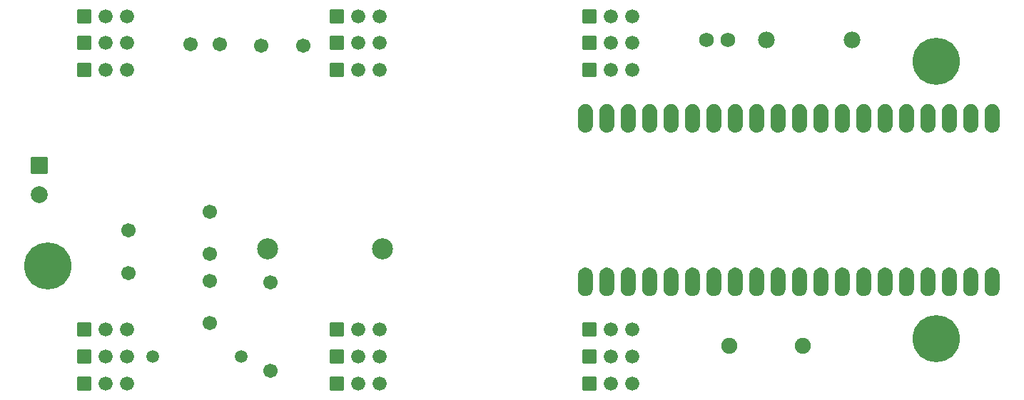
<source format=gbs>
G04 Layer: BottomSolderMaskLayer*
G04 EasyEDA v6.5.23, 2023-09-19 16:20:23*
G04 fec3ef732f994282af85564de1ff210d,c045908398b64bc89dde678931a0b1f3,10*
G04 Gerber Generator version 0.2*
G04 Scale: 100 percent, Rotated: No, Reflected: No *
G04 Dimensions in millimeters *
G04 leading zeros omitted , absolute positions ,4 integer and 5 decimal *
%FSLAX45Y45*%
%MOMM*%

%AMMACRO1*1,1,$1,$2,$3*1,1,$1,$4,$5*1,1,$1,0-$2,0-$3*1,1,$1,0-$4,0-$5*20,1,$1,$2,$3,$4,$5,0*20,1,$1,$4,$5,0-$2,0-$3,0*20,1,$1,0-$2,0-$3,0-$4,0-$5,0*20,1,$1,0-$4,0-$5,$2,$3,0*4,1,4,$2,$3,$4,$5,0-$2,0-$3,0-$4,0-$5,$2,$3,0*%
%ADD10C,1.7016*%
%ADD11C,2.5016*%
%ADD12C,1.6764*%
%ADD13MACRO1,0.1016X-0.7874X0.7874X0.7874X0.7874*%
%ADD14C,1.7526*%
%ADD15C,1.5016*%
%ADD16C,1.9812*%
%ADD17MACRO1,0.1X0.95X0.95X0.95X-0.95*%
%ADD18C,2.0000*%
%ADD19C,1.9016*%
%ADD20C,5.6016*%
%ADD21C,0.0125*%

%LPD*%
G36*
X10560811Y6408673D02*
G01*
X10549890Y6409944D01*
X10539222Y6412737D01*
X10529061Y6416802D01*
X10519409Y6422136D01*
X10510520Y6428486D01*
X10502645Y6436105D01*
X10495534Y6444487D01*
X10489691Y6453886D01*
X10484865Y6463792D01*
X10481563Y6474205D01*
X10479531Y6485128D01*
X10478770Y6495795D01*
X10478770Y6661150D01*
X10479531Y6672071D01*
X10481563Y6682739D01*
X10484865Y6693154D01*
X10489691Y6703313D01*
X10495534Y6712458D01*
X10502645Y6720839D01*
X10510520Y6728460D01*
X10519409Y6734810D01*
X10529061Y6740144D01*
X10539222Y6744208D01*
X10549890Y6747002D01*
X10560811Y6748526D01*
X10571988Y6748526D01*
X10582909Y6747002D01*
X10593577Y6744208D01*
X10603738Y6740144D01*
X10613390Y6734810D01*
X10622279Y6728460D01*
X10630154Y6720839D01*
X10637265Y6712458D01*
X10643108Y6703313D01*
X10647934Y6693154D01*
X10651236Y6682739D01*
X10653268Y6672071D01*
X10654029Y6661150D01*
X10654029Y6495795D01*
X10653268Y6485128D01*
X10651236Y6474205D01*
X10647934Y6463792D01*
X10643108Y6453886D01*
X10637265Y6444487D01*
X10630154Y6436105D01*
X10622279Y6428486D01*
X10613390Y6422136D01*
X10603738Y6416802D01*
X10593577Y6412737D01*
X10582909Y6409944D01*
X10571988Y6408673D01*
G37*
G36*
X10306811Y6408673D02*
G01*
X10295890Y6409944D01*
X10285222Y6412737D01*
X10275061Y6416802D01*
X10265409Y6422136D01*
X10256520Y6428486D01*
X10248645Y6436105D01*
X10241534Y6444487D01*
X10235691Y6453886D01*
X10230865Y6463792D01*
X10227563Y6474205D01*
X10225531Y6485128D01*
X10224770Y6495795D01*
X10224770Y6661150D01*
X10225531Y6672071D01*
X10227563Y6682739D01*
X10230865Y6693154D01*
X10235691Y6703313D01*
X10241534Y6712458D01*
X10248645Y6720839D01*
X10256520Y6728460D01*
X10265409Y6734810D01*
X10275061Y6740144D01*
X10285222Y6744208D01*
X10295890Y6747002D01*
X10306811Y6748526D01*
X10317988Y6748526D01*
X10328909Y6747002D01*
X10339577Y6744208D01*
X10349738Y6740144D01*
X10359390Y6734810D01*
X10368279Y6728460D01*
X10376154Y6720839D01*
X10383265Y6712458D01*
X10389108Y6703313D01*
X10393934Y6693154D01*
X10397236Y6682739D01*
X10399268Y6672071D01*
X10400029Y6661150D01*
X10400029Y6495795D01*
X10399268Y6485128D01*
X10397236Y6474205D01*
X10393934Y6463792D01*
X10389108Y6453886D01*
X10383265Y6444487D01*
X10376154Y6436105D01*
X10368279Y6428486D01*
X10359390Y6422136D01*
X10349738Y6416802D01*
X10339577Y6412737D01*
X10328909Y6409944D01*
X10317988Y6408673D01*
G37*
G36*
X10052811Y6408673D02*
G01*
X10041890Y6409944D01*
X10031222Y6412737D01*
X10021061Y6416802D01*
X10011409Y6422136D01*
X10002520Y6428486D01*
X9994645Y6436105D01*
X9987534Y6444487D01*
X9981691Y6453886D01*
X9976865Y6463792D01*
X9973563Y6474205D01*
X9971531Y6485128D01*
X9970770Y6495795D01*
X9970770Y6661150D01*
X9971531Y6672071D01*
X9973563Y6682739D01*
X9976865Y6693154D01*
X9981691Y6703313D01*
X9987534Y6712458D01*
X9994645Y6720839D01*
X10002520Y6728460D01*
X10011409Y6734810D01*
X10021061Y6740144D01*
X10031222Y6744208D01*
X10041890Y6747002D01*
X10052811Y6748526D01*
X10063988Y6748526D01*
X10074909Y6747002D01*
X10085577Y6744208D01*
X10095738Y6740144D01*
X10105390Y6734810D01*
X10114279Y6728460D01*
X10122154Y6720839D01*
X10129265Y6712458D01*
X10135108Y6703313D01*
X10139934Y6693154D01*
X10143236Y6682739D01*
X10145268Y6672071D01*
X10146029Y6661150D01*
X10146029Y6495795D01*
X10145268Y6485128D01*
X10143236Y6474205D01*
X10139934Y6463792D01*
X10135108Y6453886D01*
X10129265Y6444487D01*
X10122154Y6436105D01*
X10114279Y6428486D01*
X10105390Y6422136D01*
X10095738Y6416802D01*
X10085577Y6412737D01*
X10074909Y6409944D01*
X10063988Y6408673D01*
G37*
G36*
X9798811Y6408673D02*
G01*
X9787890Y6409944D01*
X9777222Y6412737D01*
X9767061Y6416802D01*
X9757409Y6422136D01*
X9748520Y6428486D01*
X9740645Y6436105D01*
X9733534Y6444487D01*
X9727691Y6453886D01*
X9722865Y6463792D01*
X9719563Y6474205D01*
X9717531Y6485128D01*
X9716770Y6495795D01*
X9716770Y6661150D01*
X9717531Y6672071D01*
X9719563Y6682739D01*
X9722865Y6693154D01*
X9727691Y6703313D01*
X9733534Y6712458D01*
X9740645Y6720839D01*
X9748520Y6728460D01*
X9757409Y6734810D01*
X9767061Y6740144D01*
X9777222Y6744208D01*
X9787890Y6747002D01*
X9798811Y6748526D01*
X9809988Y6748526D01*
X9820909Y6747002D01*
X9831577Y6744208D01*
X9841738Y6740144D01*
X9851390Y6734810D01*
X9860279Y6728460D01*
X9868154Y6720839D01*
X9875265Y6712458D01*
X9881108Y6703313D01*
X9885934Y6693154D01*
X9889236Y6682739D01*
X9891268Y6672071D01*
X9892029Y6661150D01*
X9892029Y6495795D01*
X9891268Y6485128D01*
X9889236Y6474205D01*
X9885934Y6463792D01*
X9881108Y6453886D01*
X9875265Y6444487D01*
X9868154Y6436105D01*
X9860279Y6428486D01*
X9851390Y6422136D01*
X9841738Y6416802D01*
X9831577Y6412737D01*
X9820909Y6409944D01*
X9809988Y6408673D01*
G37*
G36*
X9544811Y6408673D02*
G01*
X9533890Y6409944D01*
X9523222Y6412737D01*
X9513061Y6416802D01*
X9503409Y6422136D01*
X9494520Y6428486D01*
X9486645Y6436105D01*
X9479534Y6444487D01*
X9473691Y6453886D01*
X9468865Y6463792D01*
X9465563Y6474205D01*
X9463531Y6485128D01*
X9462770Y6495795D01*
X9462770Y6661150D01*
X9463531Y6672071D01*
X9465563Y6682739D01*
X9468865Y6693154D01*
X9473691Y6703313D01*
X9479534Y6712458D01*
X9486645Y6720839D01*
X9494520Y6728460D01*
X9503409Y6734810D01*
X9513061Y6740144D01*
X9523222Y6744208D01*
X9533890Y6747002D01*
X9544811Y6748526D01*
X9555988Y6748526D01*
X9566909Y6747002D01*
X9577577Y6744208D01*
X9587738Y6740144D01*
X9597390Y6734810D01*
X9606279Y6728460D01*
X9614154Y6720839D01*
X9621265Y6712458D01*
X9627108Y6703313D01*
X9631934Y6693154D01*
X9635236Y6682739D01*
X9637268Y6672071D01*
X9638029Y6661150D01*
X9638029Y6495795D01*
X9637268Y6485128D01*
X9635236Y6474205D01*
X9631934Y6463792D01*
X9627108Y6453886D01*
X9621265Y6444487D01*
X9614154Y6436105D01*
X9606279Y6428486D01*
X9597390Y6422136D01*
X9587738Y6416802D01*
X9577577Y6412737D01*
X9566909Y6409944D01*
X9555988Y6408673D01*
G37*
G36*
X9290811Y6408673D02*
G01*
X9279890Y6409944D01*
X9269222Y6412737D01*
X9259061Y6416802D01*
X9249409Y6422136D01*
X9240520Y6428486D01*
X9232645Y6436105D01*
X9225534Y6444487D01*
X9219691Y6453886D01*
X9214865Y6463792D01*
X9211563Y6474205D01*
X9209531Y6485128D01*
X9208770Y6495795D01*
X9208770Y6661150D01*
X9209531Y6672071D01*
X9211563Y6682739D01*
X9214865Y6693154D01*
X9219691Y6703313D01*
X9225534Y6712458D01*
X9232645Y6720839D01*
X9240520Y6728460D01*
X9249409Y6734810D01*
X9259061Y6740144D01*
X9269222Y6744208D01*
X9279890Y6747002D01*
X9290811Y6748526D01*
X9301988Y6748526D01*
X9312909Y6747002D01*
X9323577Y6744208D01*
X9333738Y6740144D01*
X9343390Y6734810D01*
X9352279Y6728460D01*
X9360154Y6720839D01*
X9367265Y6712458D01*
X9373108Y6703313D01*
X9377934Y6693154D01*
X9381236Y6682739D01*
X9383268Y6672071D01*
X9384029Y6661150D01*
X9384029Y6495795D01*
X9383268Y6485128D01*
X9381236Y6474205D01*
X9377934Y6463792D01*
X9373108Y6453886D01*
X9367265Y6444487D01*
X9360154Y6436105D01*
X9352279Y6428486D01*
X9343390Y6422136D01*
X9333738Y6416802D01*
X9323577Y6412737D01*
X9312909Y6409944D01*
X9301988Y6408673D01*
G37*
G36*
X9036811Y6408673D02*
G01*
X9025890Y6409944D01*
X9015222Y6412737D01*
X9005061Y6416802D01*
X8995409Y6422136D01*
X8986520Y6428486D01*
X8978645Y6436105D01*
X8971534Y6444487D01*
X8965691Y6453886D01*
X8960865Y6463792D01*
X8957563Y6474205D01*
X8955531Y6485128D01*
X8954770Y6495795D01*
X8954770Y6661150D01*
X8955531Y6672071D01*
X8957563Y6682739D01*
X8960865Y6693154D01*
X8965691Y6703313D01*
X8971534Y6712458D01*
X8978645Y6720839D01*
X8986520Y6728460D01*
X8995409Y6734810D01*
X9005061Y6740144D01*
X9015222Y6744208D01*
X9025890Y6747002D01*
X9036811Y6748526D01*
X9047988Y6748526D01*
X9058909Y6747002D01*
X9069577Y6744208D01*
X9079738Y6740144D01*
X9089390Y6734810D01*
X9098279Y6728460D01*
X9106154Y6720839D01*
X9113265Y6712458D01*
X9119108Y6703313D01*
X9123934Y6693154D01*
X9127236Y6682739D01*
X9129268Y6672071D01*
X9130029Y6661150D01*
X9130029Y6495795D01*
X9129268Y6485128D01*
X9127236Y6474205D01*
X9123934Y6463792D01*
X9119108Y6453886D01*
X9113265Y6444487D01*
X9106154Y6436105D01*
X9098279Y6428486D01*
X9089390Y6422136D01*
X9079738Y6416802D01*
X9069577Y6412737D01*
X9058909Y6409944D01*
X9047988Y6408673D01*
G37*
G36*
X8782811Y6408673D02*
G01*
X8771890Y6409944D01*
X8761222Y6412737D01*
X8751061Y6416802D01*
X8741409Y6422136D01*
X8732520Y6428486D01*
X8724645Y6436105D01*
X8717534Y6444487D01*
X8711691Y6453886D01*
X8706865Y6463792D01*
X8703563Y6474205D01*
X8701531Y6485128D01*
X8700770Y6495795D01*
X8700770Y6661150D01*
X8701531Y6672071D01*
X8703563Y6682739D01*
X8706865Y6693154D01*
X8711691Y6703313D01*
X8717534Y6712458D01*
X8724645Y6720839D01*
X8732520Y6728460D01*
X8741409Y6734810D01*
X8751061Y6740144D01*
X8761222Y6744208D01*
X8771890Y6747002D01*
X8782811Y6748526D01*
X8793988Y6748526D01*
X8804909Y6747002D01*
X8815577Y6744208D01*
X8825738Y6740144D01*
X8835390Y6734810D01*
X8844279Y6728460D01*
X8852154Y6720839D01*
X8859265Y6712458D01*
X8865108Y6703313D01*
X8869934Y6693154D01*
X8873236Y6682739D01*
X8875268Y6672071D01*
X8876029Y6661150D01*
X8876029Y6495795D01*
X8875268Y6485128D01*
X8873236Y6474205D01*
X8869934Y6463792D01*
X8865108Y6453886D01*
X8859265Y6444487D01*
X8852154Y6436105D01*
X8844279Y6428486D01*
X8835390Y6422136D01*
X8825738Y6416802D01*
X8815577Y6412737D01*
X8804909Y6409944D01*
X8793988Y6408673D01*
G37*
G36*
X8528811Y6408673D02*
G01*
X8517890Y6409944D01*
X8507222Y6412737D01*
X8497061Y6416802D01*
X8487409Y6422136D01*
X8478520Y6428486D01*
X8470645Y6436105D01*
X8463534Y6444487D01*
X8457691Y6453886D01*
X8452865Y6463792D01*
X8449563Y6474205D01*
X8447531Y6485128D01*
X8446770Y6495795D01*
X8446770Y6661150D01*
X8447531Y6672071D01*
X8449563Y6682739D01*
X8452865Y6693154D01*
X8457691Y6703313D01*
X8463534Y6712458D01*
X8470645Y6720839D01*
X8478520Y6728460D01*
X8487409Y6734810D01*
X8497061Y6740144D01*
X8507222Y6744208D01*
X8517890Y6747002D01*
X8528811Y6748526D01*
X8539988Y6748526D01*
X8550909Y6747002D01*
X8561577Y6744208D01*
X8571738Y6740144D01*
X8581390Y6734810D01*
X8590279Y6728460D01*
X8598154Y6720839D01*
X8605265Y6712458D01*
X8611108Y6703313D01*
X8615934Y6693154D01*
X8619236Y6682739D01*
X8621268Y6672071D01*
X8622029Y6661150D01*
X8622029Y6495795D01*
X8621268Y6485128D01*
X8619236Y6474205D01*
X8615934Y6463792D01*
X8611108Y6453886D01*
X8605265Y6444487D01*
X8598154Y6436105D01*
X8590279Y6428486D01*
X8581390Y6422136D01*
X8571738Y6416802D01*
X8561577Y6412737D01*
X8550909Y6409944D01*
X8539988Y6408673D01*
G37*
G36*
X8274811Y6408673D02*
G01*
X8263890Y6409944D01*
X8253222Y6412737D01*
X8243061Y6416802D01*
X8233409Y6422136D01*
X8224520Y6428486D01*
X8216645Y6436105D01*
X8209534Y6444487D01*
X8203691Y6453886D01*
X8198865Y6463792D01*
X8195563Y6474205D01*
X8193531Y6485128D01*
X8192770Y6495795D01*
X8192770Y6661150D01*
X8193531Y6672071D01*
X8195563Y6682739D01*
X8198865Y6693154D01*
X8203691Y6703313D01*
X8209534Y6712458D01*
X8216645Y6720839D01*
X8224520Y6728460D01*
X8233409Y6734810D01*
X8243061Y6740144D01*
X8253222Y6744208D01*
X8263890Y6747002D01*
X8274811Y6748526D01*
X8285988Y6748526D01*
X8296909Y6747002D01*
X8307577Y6744208D01*
X8317738Y6740144D01*
X8327390Y6734810D01*
X8336279Y6728460D01*
X8344154Y6720839D01*
X8351265Y6712458D01*
X8357108Y6703313D01*
X8361934Y6693154D01*
X8365236Y6682739D01*
X8367268Y6672071D01*
X8368029Y6661150D01*
X8368029Y6495795D01*
X8367268Y6485128D01*
X8365236Y6474205D01*
X8361934Y6463792D01*
X8357108Y6453886D01*
X8351265Y6444487D01*
X8344154Y6436105D01*
X8336279Y6428486D01*
X8327390Y6422136D01*
X8317738Y6416802D01*
X8307577Y6412737D01*
X8296909Y6409944D01*
X8285988Y6408673D01*
G37*
G36*
X8020811Y6408673D02*
G01*
X8009890Y6409944D01*
X7999475Y6412737D01*
X7989061Y6416802D01*
X7979409Y6422136D01*
X7970520Y6428486D01*
X7962645Y6436105D01*
X7955534Y6444487D01*
X7949691Y6453886D01*
X7944865Y6463792D01*
X7941563Y6474205D01*
X7939531Y6485128D01*
X7938770Y6495795D01*
X7938770Y6661150D01*
X7939531Y6672071D01*
X7941563Y6682739D01*
X7944865Y6693154D01*
X7949691Y6703313D01*
X7955534Y6712458D01*
X7962645Y6720839D01*
X7970520Y6728460D01*
X7979409Y6734810D01*
X7989061Y6740144D01*
X7999475Y6744208D01*
X8009890Y6747002D01*
X8020811Y6748526D01*
X8031988Y6748526D01*
X8042909Y6747002D01*
X8053577Y6744208D01*
X8063738Y6740144D01*
X8073390Y6734810D01*
X8082279Y6728460D01*
X8090154Y6720839D01*
X8097265Y6712458D01*
X8103108Y6703313D01*
X8107934Y6693154D01*
X8111236Y6682739D01*
X8113268Y6672071D01*
X8114029Y6661150D01*
X8114029Y6495795D01*
X8113268Y6485128D01*
X8111236Y6474205D01*
X8107934Y6463792D01*
X8103108Y6453886D01*
X8097265Y6444487D01*
X8090154Y6436105D01*
X8082279Y6428486D01*
X8073390Y6422136D01*
X8063738Y6416802D01*
X8053577Y6412737D01*
X8042909Y6409944D01*
X8031988Y6408673D01*
G37*
G36*
X7766811Y6408673D02*
G01*
X7755890Y6409944D01*
X7745475Y6412737D01*
X7735061Y6416802D01*
X7725409Y6422136D01*
X7716520Y6428486D01*
X7708645Y6436105D01*
X7701534Y6444487D01*
X7695691Y6453886D01*
X7690865Y6463792D01*
X7687563Y6474205D01*
X7685531Y6485128D01*
X7684770Y6495795D01*
X7684770Y6661150D01*
X7685531Y6672071D01*
X7687563Y6682739D01*
X7690865Y6693154D01*
X7695691Y6703313D01*
X7701534Y6712458D01*
X7708645Y6720839D01*
X7716520Y6728460D01*
X7725409Y6734810D01*
X7735061Y6740144D01*
X7745475Y6744208D01*
X7755890Y6747002D01*
X7766811Y6748526D01*
X7777988Y6748526D01*
X7788909Y6747002D01*
X7799577Y6744208D01*
X7809738Y6740144D01*
X7819390Y6734810D01*
X7828279Y6728460D01*
X7836154Y6720839D01*
X7843265Y6712458D01*
X7849108Y6703313D01*
X7853934Y6693154D01*
X7857236Y6682739D01*
X7859268Y6672071D01*
X7860029Y6661150D01*
X7860029Y6495795D01*
X7859268Y6485128D01*
X7857236Y6474205D01*
X7853934Y6463792D01*
X7849108Y6453886D01*
X7843265Y6444487D01*
X7836154Y6436105D01*
X7828279Y6428486D01*
X7819390Y6422136D01*
X7809738Y6416802D01*
X7799577Y6412737D01*
X7788909Y6409944D01*
X7777988Y6408673D01*
G37*
G36*
X7512811Y6408673D02*
G01*
X7501890Y6409944D01*
X7491475Y6412737D01*
X7481061Y6416802D01*
X7471409Y6422136D01*
X7462520Y6428486D01*
X7454645Y6436105D01*
X7447534Y6444487D01*
X7441691Y6453886D01*
X7436865Y6463792D01*
X7433563Y6474205D01*
X7431531Y6485128D01*
X7430770Y6495795D01*
X7430770Y6661150D01*
X7431531Y6672071D01*
X7433563Y6682739D01*
X7436865Y6693154D01*
X7441691Y6703313D01*
X7447534Y6712458D01*
X7454645Y6720839D01*
X7462520Y6728460D01*
X7471409Y6734810D01*
X7481061Y6740144D01*
X7491475Y6744208D01*
X7501890Y6747002D01*
X7512811Y6748526D01*
X7523988Y6748526D01*
X7534909Y6747002D01*
X7545577Y6744208D01*
X7555738Y6740144D01*
X7565390Y6734810D01*
X7574279Y6728460D01*
X7582154Y6720839D01*
X7589265Y6712458D01*
X7595108Y6703313D01*
X7599934Y6693154D01*
X7603236Y6682739D01*
X7605268Y6672071D01*
X7606029Y6661150D01*
X7606029Y6495795D01*
X7605268Y6485128D01*
X7603236Y6474205D01*
X7599934Y6463792D01*
X7595108Y6453886D01*
X7589265Y6444487D01*
X7582154Y6436105D01*
X7574279Y6428486D01*
X7565390Y6422136D01*
X7555738Y6416802D01*
X7545577Y6412737D01*
X7534909Y6409944D01*
X7523988Y6408673D01*
G37*
G36*
X7258811Y6408673D02*
G01*
X7247890Y6409944D01*
X7237475Y6412737D01*
X7227061Y6416802D01*
X7217409Y6422136D01*
X7208520Y6428486D01*
X7200645Y6436105D01*
X7193534Y6444487D01*
X7187691Y6453886D01*
X7182865Y6463792D01*
X7179563Y6474205D01*
X7177531Y6485128D01*
X7176770Y6495795D01*
X7176770Y6661150D01*
X7177531Y6672071D01*
X7179563Y6682739D01*
X7182865Y6693154D01*
X7187691Y6703313D01*
X7193534Y6712458D01*
X7200645Y6720839D01*
X7208520Y6728460D01*
X7217409Y6734810D01*
X7227061Y6740144D01*
X7237475Y6744208D01*
X7247890Y6747002D01*
X7258811Y6748526D01*
X7269988Y6748526D01*
X7280909Y6747002D01*
X7291577Y6744208D01*
X7301738Y6740144D01*
X7311390Y6734810D01*
X7320279Y6728460D01*
X7328154Y6720839D01*
X7335265Y6712458D01*
X7341108Y6703313D01*
X7345934Y6693154D01*
X7349236Y6682739D01*
X7351268Y6672071D01*
X7352029Y6661150D01*
X7352029Y6495795D01*
X7351268Y6485128D01*
X7349236Y6474205D01*
X7345934Y6463792D01*
X7341108Y6453886D01*
X7335265Y6444487D01*
X7328154Y6436105D01*
X7320279Y6428486D01*
X7311390Y6422136D01*
X7301738Y6416802D01*
X7291577Y6412737D01*
X7280909Y6409944D01*
X7269988Y6408673D01*
G37*
G36*
X7004811Y6408673D02*
G01*
X6993890Y6409944D01*
X6983475Y6412737D01*
X6973061Y6416802D01*
X6963409Y6422136D01*
X6954520Y6428486D01*
X6946645Y6436105D01*
X6939534Y6444487D01*
X6933691Y6453886D01*
X6928865Y6463792D01*
X6925563Y6474205D01*
X6923531Y6485128D01*
X6922770Y6495795D01*
X6922770Y6661150D01*
X6923531Y6672071D01*
X6925563Y6682739D01*
X6928865Y6693154D01*
X6933691Y6703313D01*
X6939534Y6712458D01*
X6946645Y6720839D01*
X6954520Y6728460D01*
X6963409Y6734810D01*
X6973061Y6740144D01*
X6983475Y6744208D01*
X6993890Y6747002D01*
X7004811Y6748526D01*
X7015988Y6748526D01*
X7026909Y6747002D01*
X7037577Y6744208D01*
X7047738Y6740144D01*
X7057390Y6734810D01*
X7066279Y6728460D01*
X7074154Y6720839D01*
X7081265Y6712458D01*
X7087108Y6703313D01*
X7091934Y6693154D01*
X7095236Y6682739D01*
X7097268Y6672071D01*
X7098029Y6661150D01*
X7098029Y6495795D01*
X7097268Y6485128D01*
X7095236Y6474205D01*
X7091934Y6463792D01*
X7087108Y6453886D01*
X7081265Y6444487D01*
X7074154Y6436105D01*
X7066279Y6428486D01*
X7057390Y6422136D01*
X7047738Y6416802D01*
X7037577Y6412737D01*
X7026909Y6409944D01*
X7015988Y6408673D01*
G37*
G36*
X6750811Y6408673D02*
G01*
X6739890Y6409944D01*
X6729475Y6412737D01*
X6719061Y6416802D01*
X6709409Y6422136D01*
X6700520Y6428486D01*
X6692645Y6436105D01*
X6685534Y6444487D01*
X6679691Y6453886D01*
X6674865Y6463792D01*
X6671563Y6474205D01*
X6669531Y6485128D01*
X6668770Y6495795D01*
X6668770Y6661150D01*
X6669531Y6672071D01*
X6671563Y6682739D01*
X6674865Y6693154D01*
X6679691Y6703313D01*
X6685534Y6712458D01*
X6692645Y6720839D01*
X6700520Y6728460D01*
X6709409Y6734810D01*
X6719061Y6740144D01*
X6729475Y6744208D01*
X6739890Y6747002D01*
X6750811Y6748526D01*
X6761988Y6748526D01*
X6772909Y6747002D01*
X6783577Y6744208D01*
X6793738Y6740144D01*
X6803390Y6734810D01*
X6812279Y6728460D01*
X6820154Y6720839D01*
X6827265Y6712458D01*
X6833108Y6703313D01*
X6837934Y6693154D01*
X6841236Y6682739D01*
X6843268Y6672071D01*
X6844029Y6661150D01*
X6844029Y6495795D01*
X6843268Y6485128D01*
X6841236Y6474205D01*
X6837934Y6463792D01*
X6833108Y6453886D01*
X6827265Y6444487D01*
X6820154Y6436105D01*
X6812279Y6428486D01*
X6803390Y6422136D01*
X6793738Y6416802D01*
X6783577Y6412737D01*
X6772909Y6409944D01*
X6761988Y6408673D01*
G37*
G36*
X6496811Y6408673D02*
G01*
X6485890Y6409944D01*
X6475475Y6412737D01*
X6465061Y6416802D01*
X6455409Y6422136D01*
X6446520Y6428486D01*
X6438645Y6436105D01*
X6431534Y6444487D01*
X6425691Y6453886D01*
X6420865Y6463792D01*
X6417563Y6474205D01*
X6415531Y6485128D01*
X6414770Y6495795D01*
X6414770Y6661150D01*
X6415531Y6672071D01*
X6417563Y6682739D01*
X6420865Y6693154D01*
X6425691Y6703313D01*
X6431534Y6712458D01*
X6438645Y6720839D01*
X6446520Y6728460D01*
X6455409Y6734810D01*
X6465061Y6740144D01*
X6475475Y6744208D01*
X6485890Y6747002D01*
X6496811Y6748526D01*
X6507988Y6748526D01*
X6518909Y6747002D01*
X6529577Y6744208D01*
X6539738Y6740144D01*
X6549390Y6734810D01*
X6558279Y6728460D01*
X6566154Y6720839D01*
X6573265Y6712458D01*
X6579108Y6703313D01*
X6583934Y6693154D01*
X6587236Y6682739D01*
X6589268Y6672071D01*
X6590029Y6661150D01*
X6590029Y6495795D01*
X6589268Y6485128D01*
X6587236Y6474205D01*
X6583934Y6463792D01*
X6579108Y6453886D01*
X6573265Y6444487D01*
X6566154Y6436105D01*
X6558279Y6428486D01*
X6549390Y6422136D01*
X6539738Y6416802D01*
X6529577Y6412737D01*
X6518909Y6409944D01*
X6507988Y6408673D01*
G37*
G36*
X6242811Y6408673D02*
G01*
X6231890Y6409944D01*
X6221475Y6412737D01*
X6211061Y6416802D01*
X6201409Y6422136D01*
X6192520Y6428486D01*
X6184645Y6436105D01*
X6177534Y6444487D01*
X6171691Y6453886D01*
X6166865Y6463792D01*
X6163563Y6474205D01*
X6161531Y6485128D01*
X6160770Y6495795D01*
X6160770Y6661150D01*
X6161531Y6672071D01*
X6163563Y6682739D01*
X6166865Y6693154D01*
X6171691Y6703313D01*
X6177534Y6712458D01*
X6184645Y6720839D01*
X6192520Y6728460D01*
X6201409Y6734810D01*
X6211061Y6740144D01*
X6221475Y6744208D01*
X6231890Y6747002D01*
X6242811Y6748526D01*
X6253988Y6748526D01*
X6264909Y6747002D01*
X6275577Y6744208D01*
X6285738Y6740144D01*
X6295390Y6734810D01*
X6304279Y6728460D01*
X6312154Y6720839D01*
X6319265Y6712458D01*
X6325108Y6703313D01*
X6329934Y6693154D01*
X6333236Y6682739D01*
X6335268Y6672071D01*
X6336029Y6661150D01*
X6336029Y6495795D01*
X6335268Y6485128D01*
X6333236Y6474205D01*
X6329934Y6463792D01*
X6325108Y6453886D01*
X6319265Y6444487D01*
X6312154Y6436105D01*
X6304279Y6428486D01*
X6295390Y6422136D01*
X6285738Y6416802D01*
X6275577Y6412737D01*
X6264909Y6409944D01*
X6253988Y6408673D01*
G37*
G36*
X5988811Y6408673D02*
G01*
X5977890Y6409944D01*
X5967475Y6412737D01*
X5957061Y6416802D01*
X5947409Y6422136D01*
X5938520Y6428486D01*
X5930645Y6436105D01*
X5923534Y6444487D01*
X5917691Y6453886D01*
X5912865Y6463792D01*
X5909563Y6474205D01*
X5907531Y6485128D01*
X5906770Y6495795D01*
X5906770Y6661150D01*
X5907531Y6672071D01*
X5909563Y6682739D01*
X5912865Y6693154D01*
X5917691Y6703313D01*
X5923534Y6712458D01*
X5930645Y6720839D01*
X5938520Y6728460D01*
X5947409Y6734810D01*
X5957061Y6740144D01*
X5967475Y6744208D01*
X5977890Y6747002D01*
X5988811Y6748526D01*
X5999988Y6748526D01*
X6010909Y6747002D01*
X6021577Y6744208D01*
X6031738Y6740144D01*
X6041390Y6734810D01*
X6050279Y6728460D01*
X6058154Y6720839D01*
X6065265Y6712458D01*
X6071108Y6703313D01*
X6075934Y6693154D01*
X6079236Y6682739D01*
X6081268Y6672071D01*
X6082029Y6661150D01*
X6082029Y6495795D01*
X6081268Y6485128D01*
X6079236Y6474205D01*
X6075934Y6463792D01*
X6071108Y6453886D01*
X6065265Y6444487D01*
X6058154Y6436105D01*
X6050279Y6428486D01*
X6041390Y6422136D01*
X6031738Y6416802D01*
X6021577Y6412737D01*
X6010909Y6409944D01*
X5999988Y6408673D01*
G37*
G36*
X5734811Y6408673D02*
G01*
X5723890Y6409944D01*
X5713475Y6412737D01*
X5703061Y6416802D01*
X5693409Y6422136D01*
X5684520Y6428486D01*
X5676645Y6436105D01*
X5669534Y6444487D01*
X5663691Y6453886D01*
X5658865Y6463792D01*
X5655563Y6474205D01*
X5653531Y6485128D01*
X5652770Y6495795D01*
X5652770Y6661150D01*
X5653531Y6672071D01*
X5655563Y6682739D01*
X5658865Y6693154D01*
X5663691Y6703313D01*
X5669534Y6712458D01*
X5676645Y6720839D01*
X5684520Y6728460D01*
X5693409Y6734810D01*
X5703061Y6740144D01*
X5713475Y6744208D01*
X5723890Y6747002D01*
X5734811Y6748526D01*
X5745988Y6748526D01*
X5756909Y6747002D01*
X5767577Y6744208D01*
X5777738Y6740144D01*
X5787390Y6734810D01*
X5796279Y6728460D01*
X5804154Y6720839D01*
X5811265Y6712458D01*
X5817108Y6703313D01*
X5821934Y6693154D01*
X5825236Y6682739D01*
X5827268Y6672071D01*
X5828029Y6661150D01*
X5828029Y6495795D01*
X5827268Y6485128D01*
X5825236Y6474205D01*
X5821934Y6463792D01*
X5817108Y6453886D01*
X5811265Y6444487D01*
X5804154Y6436105D01*
X5796279Y6428486D01*
X5787390Y6422136D01*
X5777738Y6416802D01*
X5767577Y6412737D01*
X5756909Y6409944D01*
X5745988Y6408673D01*
G37*
G36*
X5734811Y4465573D02*
G01*
X5723890Y4466844D01*
X5713475Y4469637D01*
X5703061Y4473702D01*
X5693409Y4479036D01*
X5684520Y4485386D01*
X5676645Y4493005D01*
X5669534Y4501387D01*
X5663691Y4510786D01*
X5658865Y4520692D01*
X5655563Y4531105D01*
X5653531Y4542028D01*
X5652770Y4552950D01*
X5652770Y4718050D01*
X5653531Y4728971D01*
X5655563Y4739894D01*
X5658865Y4750307D01*
X5663691Y4760213D01*
X5669534Y4769357D01*
X5676645Y4777994D01*
X5684520Y4785360D01*
X5693409Y4791963D01*
X5703061Y4797297D01*
X5713475Y4801362D01*
X5723890Y4804155D01*
X5734811Y4805426D01*
X5745988Y4805426D01*
X5756909Y4804155D01*
X5767577Y4801362D01*
X5777738Y4797297D01*
X5787390Y4791963D01*
X5796279Y4785360D01*
X5804154Y4777994D01*
X5811265Y4769357D01*
X5817108Y4760213D01*
X5821934Y4750307D01*
X5825236Y4739894D01*
X5827268Y4728971D01*
X5828029Y4718050D01*
X5828029Y4552950D01*
X5827268Y4542028D01*
X5825236Y4531105D01*
X5821934Y4520692D01*
X5817108Y4510786D01*
X5811265Y4501387D01*
X5804154Y4493005D01*
X5796279Y4485386D01*
X5787390Y4479036D01*
X5777738Y4473702D01*
X5767577Y4469637D01*
X5756909Y4466844D01*
X5745988Y4465573D01*
G37*
G36*
X5988811Y4465573D02*
G01*
X5977890Y4466844D01*
X5967475Y4469637D01*
X5957061Y4473702D01*
X5947409Y4479036D01*
X5938520Y4485386D01*
X5930645Y4493005D01*
X5923534Y4501387D01*
X5917691Y4510786D01*
X5912865Y4520692D01*
X5909563Y4531105D01*
X5907531Y4542028D01*
X5906770Y4552950D01*
X5906770Y4718050D01*
X5907531Y4728971D01*
X5909563Y4739894D01*
X5912865Y4750307D01*
X5917691Y4760213D01*
X5923534Y4769357D01*
X5930645Y4777994D01*
X5938520Y4785360D01*
X5947409Y4791963D01*
X5957061Y4797297D01*
X5967475Y4801362D01*
X5977890Y4804155D01*
X5988811Y4805426D01*
X5999988Y4805426D01*
X6010909Y4804155D01*
X6021577Y4801362D01*
X6031738Y4797297D01*
X6041390Y4791963D01*
X6050279Y4785360D01*
X6058154Y4777994D01*
X6065265Y4769357D01*
X6071108Y4760213D01*
X6075934Y4750307D01*
X6079236Y4739894D01*
X6081268Y4728971D01*
X6082029Y4718050D01*
X6082029Y4552950D01*
X6081268Y4542028D01*
X6079236Y4531105D01*
X6075934Y4520692D01*
X6071108Y4510786D01*
X6065265Y4501387D01*
X6058154Y4493005D01*
X6050279Y4485386D01*
X6041390Y4479036D01*
X6031738Y4473702D01*
X6021577Y4469637D01*
X6010909Y4466844D01*
X5999988Y4465573D01*
G37*
G36*
X6242811Y4465573D02*
G01*
X6231890Y4466844D01*
X6221475Y4469637D01*
X6211061Y4473702D01*
X6201409Y4479036D01*
X6192520Y4485386D01*
X6184645Y4493005D01*
X6177534Y4501387D01*
X6171691Y4510786D01*
X6166865Y4520692D01*
X6163563Y4531105D01*
X6161531Y4542028D01*
X6160770Y4552950D01*
X6160770Y4718050D01*
X6161531Y4728971D01*
X6163563Y4739894D01*
X6166865Y4750307D01*
X6171691Y4760213D01*
X6177534Y4769357D01*
X6184645Y4777994D01*
X6192520Y4785360D01*
X6201409Y4791963D01*
X6211061Y4797297D01*
X6221475Y4801362D01*
X6231890Y4804155D01*
X6242811Y4805426D01*
X6253988Y4805426D01*
X6264909Y4804155D01*
X6275577Y4801362D01*
X6285738Y4797297D01*
X6295390Y4791963D01*
X6304279Y4785360D01*
X6312154Y4777994D01*
X6319265Y4769357D01*
X6325108Y4760213D01*
X6329934Y4750307D01*
X6333236Y4739894D01*
X6335268Y4728971D01*
X6336029Y4718050D01*
X6336029Y4552950D01*
X6335268Y4542028D01*
X6333236Y4531105D01*
X6329934Y4520692D01*
X6325108Y4510786D01*
X6319265Y4501387D01*
X6312154Y4493005D01*
X6304279Y4485386D01*
X6295390Y4479036D01*
X6285738Y4473702D01*
X6275577Y4469637D01*
X6264909Y4466844D01*
X6253988Y4465573D01*
G37*
G36*
X6496811Y4465573D02*
G01*
X6485890Y4466844D01*
X6475475Y4469637D01*
X6465061Y4473702D01*
X6455409Y4479036D01*
X6446520Y4485386D01*
X6438645Y4493005D01*
X6431534Y4501387D01*
X6425691Y4510786D01*
X6420865Y4520692D01*
X6417563Y4531105D01*
X6415531Y4542028D01*
X6414770Y4552950D01*
X6414770Y4718050D01*
X6415531Y4728971D01*
X6417563Y4739894D01*
X6420865Y4750307D01*
X6425691Y4760213D01*
X6431534Y4769357D01*
X6438645Y4777994D01*
X6446520Y4785360D01*
X6455409Y4791963D01*
X6465061Y4797297D01*
X6475475Y4801362D01*
X6485890Y4804155D01*
X6496811Y4805426D01*
X6507988Y4805426D01*
X6518909Y4804155D01*
X6529577Y4801362D01*
X6539738Y4797297D01*
X6549390Y4791963D01*
X6558279Y4785360D01*
X6566154Y4777994D01*
X6573265Y4769357D01*
X6579108Y4760213D01*
X6583934Y4750307D01*
X6587236Y4739894D01*
X6589268Y4728971D01*
X6590029Y4718050D01*
X6590029Y4552950D01*
X6589268Y4542028D01*
X6587236Y4531105D01*
X6583934Y4520692D01*
X6579108Y4510786D01*
X6573265Y4501387D01*
X6566154Y4493005D01*
X6558279Y4485386D01*
X6549390Y4479036D01*
X6539738Y4473702D01*
X6529577Y4469637D01*
X6518909Y4466844D01*
X6507988Y4465573D01*
G37*
G36*
X6750811Y4465573D02*
G01*
X6739890Y4466844D01*
X6729475Y4469637D01*
X6719061Y4473702D01*
X6709409Y4479036D01*
X6700520Y4485386D01*
X6692645Y4493005D01*
X6685534Y4501387D01*
X6679691Y4510786D01*
X6674865Y4520692D01*
X6671563Y4531105D01*
X6669531Y4542028D01*
X6668770Y4552950D01*
X6668770Y4718050D01*
X6669531Y4728971D01*
X6671563Y4739894D01*
X6674865Y4750307D01*
X6679691Y4760213D01*
X6685534Y4769357D01*
X6692645Y4777994D01*
X6700520Y4785360D01*
X6709409Y4791963D01*
X6719061Y4797297D01*
X6729475Y4801362D01*
X6739890Y4804155D01*
X6750811Y4805426D01*
X6761988Y4805426D01*
X6772909Y4804155D01*
X6783577Y4801362D01*
X6793738Y4797297D01*
X6803390Y4791963D01*
X6812279Y4785360D01*
X6820154Y4777994D01*
X6827265Y4769357D01*
X6833108Y4760213D01*
X6837934Y4750307D01*
X6841236Y4739894D01*
X6843268Y4728971D01*
X6844029Y4718050D01*
X6844029Y4552950D01*
X6843268Y4542028D01*
X6841236Y4531105D01*
X6837934Y4520692D01*
X6833108Y4510786D01*
X6827265Y4501387D01*
X6820154Y4493005D01*
X6812279Y4485386D01*
X6803390Y4479036D01*
X6793738Y4473702D01*
X6783577Y4469637D01*
X6772909Y4466844D01*
X6761988Y4465573D01*
G37*
G36*
X7004811Y4465573D02*
G01*
X6993890Y4466844D01*
X6983475Y4469637D01*
X6973061Y4473702D01*
X6963409Y4479036D01*
X6954520Y4485386D01*
X6946645Y4493005D01*
X6939534Y4501387D01*
X6933691Y4510786D01*
X6928865Y4520692D01*
X6925563Y4531105D01*
X6923531Y4542028D01*
X6922770Y4552950D01*
X6922770Y4718050D01*
X6923531Y4728971D01*
X6925563Y4739894D01*
X6928865Y4750307D01*
X6933691Y4760213D01*
X6939534Y4769357D01*
X6946645Y4777994D01*
X6954520Y4785360D01*
X6963409Y4791963D01*
X6973061Y4797297D01*
X6983475Y4801362D01*
X6993890Y4804155D01*
X7004811Y4805426D01*
X7015988Y4805426D01*
X7026909Y4804155D01*
X7037577Y4801362D01*
X7047738Y4797297D01*
X7057390Y4791963D01*
X7066279Y4785360D01*
X7074154Y4777994D01*
X7081265Y4769357D01*
X7087108Y4760213D01*
X7091934Y4750307D01*
X7095236Y4739894D01*
X7097268Y4728971D01*
X7098029Y4718050D01*
X7098029Y4552950D01*
X7097268Y4542028D01*
X7095236Y4531105D01*
X7091934Y4520692D01*
X7087108Y4510786D01*
X7081265Y4501387D01*
X7074154Y4493005D01*
X7066279Y4485386D01*
X7057390Y4479036D01*
X7047738Y4473702D01*
X7037577Y4469637D01*
X7026909Y4466844D01*
X7015988Y4465573D01*
G37*
G36*
X7258811Y4465573D02*
G01*
X7247890Y4466844D01*
X7237475Y4469637D01*
X7227061Y4473702D01*
X7217409Y4479036D01*
X7208520Y4485386D01*
X7200645Y4493005D01*
X7193534Y4501387D01*
X7187691Y4510786D01*
X7182865Y4520692D01*
X7179563Y4531105D01*
X7177531Y4542028D01*
X7176770Y4552950D01*
X7176770Y4718050D01*
X7177531Y4728971D01*
X7179563Y4739894D01*
X7182865Y4750307D01*
X7187691Y4760213D01*
X7193534Y4769357D01*
X7200645Y4777994D01*
X7208520Y4785360D01*
X7217409Y4791963D01*
X7227061Y4797297D01*
X7237475Y4801362D01*
X7247890Y4804155D01*
X7258811Y4805426D01*
X7269988Y4805426D01*
X7280909Y4804155D01*
X7291577Y4801362D01*
X7301738Y4797297D01*
X7311390Y4791963D01*
X7320279Y4785360D01*
X7328154Y4777994D01*
X7335265Y4769357D01*
X7341108Y4760213D01*
X7345934Y4750307D01*
X7349236Y4739894D01*
X7351268Y4728971D01*
X7352029Y4718050D01*
X7352029Y4552950D01*
X7351268Y4542028D01*
X7349236Y4531105D01*
X7345934Y4520692D01*
X7341108Y4510786D01*
X7335265Y4501387D01*
X7328154Y4493005D01*
X7320279Y4485386D01*
X7311390Y4479036D01*
X7301738Y4473702D01*
X7291577Y4469637D01*
X7280909Y4466844D01*
X7269988Y4465573D01*
G37*
G36*
X7512811Y4465573D02*
G01*
X7501890Y4466844D01*
X7491475Y4469637D01*
X7481061Y4473702D01*
X7471409Y4479036D01*
X7462520Y4485386D01*
X7454645Y4493005D01*
X7447534Y4501387D01*
X7441691Y4510786D01*
X7436865Y4520692D01*
X7433563Y4531105D01*
X7431531Y4542028D01*
X7430770Y4552950D01*
X7430770Y4718050D01*
X7431531Y4728971D01*
X7433563Y4739894D01*
X7436865Y4750307D01*
X7441691Y4760213D01*
X7447534Y4769357D01*
X7454645Y4777994D01*
X7462520Y4785360D01*
X7471409Y4791963D01*
X7481061Y4797297D01*
X7491475Y4801362D01*
X7501890Y4804155D01*
X7512811Y4805426D01*
X7523988Y4805426D01*
X7534909Y4804155D01*
X7545577Y4801362D01*
X7555738Y4797297D01*
X7565390Y4791963D01*
X7574279Y4785360D01*
X7582154Y4777994D01*
X7589265Y4769357D01*
X7595108Y4760213D01*
X7599934Y4750307D01*
X7603236Y4739894D01*
X7605268Y4728971D01*
X7606029Y4718050D01*
X7606029Y4552950D01*
X7605268Y4542028D01*
X7603236Y4531105D01*
X7599934Y4520692D01*
X7595108Y4510786D01*
X7589265Y4501387D01*
X7582154Y4493005D01*
X7574279Y4485386D01*
X7565390Y4479036D01*
X7555738Y4473702D01*
X7545577Y4469637D01*
X7534909Y4466844D01*
X7523988Y4465573D01*
G37*
G36*
X7766811Y4465573D02*
G01*
X7755890Y4466844D01*
X7745475Y4469637D01*
X7735061Y4473702D01*
X7725409Y4479036D01*
X7716520Y4485386D01*
X7708645Y4493005D01*
X7701534Y4501387D01*
X7695691Y4510786D01*
X7690865Y4520692D01*
X7687563Y4531105D01*
X7685531Y4542028D01*
X7684770Y4552950D01*
X7684770Y4718050D01*
X7685531Y4728971D01*
X7687563Y4739894D01*
X7690865Y4750307D01*
X7695691Y4760213D01*
X7701534Y4769357D01*
X7708645Y4777994D01*
X7716520Y4785360D01*
X7725409Y4791963D01*
X7735061Y4797297D01*
X7745475Y4801362D01*
X7755890Y4804155D01*
X7766811Y4805426D01*
X7777988Y4805426D01*
X7788909Y4804155D01*
X7799577Y4801362D01*
X7809738Y4797297D01*
X7819390Y4791963D01*
X7828279Y4785360D01*
X7836154Y4777994D01*
X7843265Y4769357D01*
X7849108Y4760213D01*
X7853934Y4750307D01*
X7857236Y4739894D01*
X7859268Y4728971D01*
X7860029Y4718050D01*
X7860029Y4552950D01*
X7859268Y4542028D01*
X7857236Y4531105D01*
X7853934Y4520692D01*
X7849108Y4510786D01*
X7843265Y4501387D01*
X7836154Y4493005D01*
X7828279Y4485386D01*
X7819390Y4479036D01*
X7809738Y4473702D01*
X7799577Y4469637D01*
X7788909Y4466844D01*
X7777988Y4465573D01*
G37*
G36*
X8020811Y4465573D02*
G01*
X8009890Y4466844D01*
X7999475Y4469637D01*
X7989061Y4473702D01*
X7979409Y4479036D01*
X7970520Y4485386D01*
X7962645Y4493005D01*
X7955534Y4501387D01*
X7949691Y4510786D01*
X7944865Y4520692D01*
X7941563Y4531105D01*
X7939531Y4542028D01*
X7938770Y4552950D01*
X7938770Y4718050D01*
X7939531Y4728971D01*
X7941563Y4739894D01*
X7944865Y4750307D01*
X7949691Y4760213D01*
X7955534Y4769357D01*
X7962645Y4777994D01*
X7970520Y4785360D01*
X7979409Y4791963D01*
X7989061Y4797297D01*
X7999475Y4801362D01*
X8009890Y4804155D01*
X8020811Y4805426D01*
X8031988Y4805426D01*
X8042909Y4804155D01*
X8053577Y4801362D01*
X8063738Y4797297D01*
X8073390Y4791963D01*
X8082279Y4785360D01*
X8090154Y4777994D01*
X8097265Y4769357D01*
X8103108Y4760213D01*
X8107934Y4750307D01*
X8111236Y4739894D01*
X8113268Y4728971D01*
X8114029Y4718050D01*
X8114029Y4552950D01*
X8113268Y4542028D01*
X8111236Y4531105D01*
X8107934Y4520692D01*
X8103108Y4510786D01*
X8097265Y4501387D01*
X8090154Y4493005D01*
X8082279Y4485386D01*
X8073390Y4479036D01*
X8063738Y4473702D01*
X8053577Y4469637D01*
X8042909Y4466844D01*
X8031988Y4465573D01*
G37*
G36*
X8274811Y4465573D02*
G01*
X8263890Y4466844D01*
X8253222Y4469637D01*
X8243061Y4473702D01*
X8233409Y4479036D01*
X8224520Y4485386D01*
X8216645Y4493005D01*
X8209534Y4501387D01*
X8203691Y4510786D01*
X8198865Y4520692D01*
X8195563Y4531105D01*
X8193531Y4542028D01*
X8192770Y4552950D01*
X8192770Y4718050D01*
X8193531Y4728971D01*
X8195563Y4739894D01*
X8198865Y4750307D01*
X8203691Y4760213D01*
X8209534Y4769357D01*
X8216645Y4777994D01*
X8224520Y4785360D01*
X8233409Y4791963D01*
X8243061Y4797297D01*
X8253222Y4801362D01*
X8263890Y4804155D01*
X8274811Y4805426D01*
X8285988Y4805426D01*
X8296909Y4804155D01*
X8307577Y4801362D01*
X8317738Y4797297D01*
X8327390Y4791963D01*
X8336279Y4785360D01*
X8344154Y4777994D01*
X8351265Y4769357D01*
X8357108Y4760213D01*
X8361934Y4750307D01*
X8365236Y4739894D01*
X8367268Y4728971D01*
X8368029Y4718050D01*
X8368029Y4552950D01*
X8367268Y4542028D01*
X8365236Y4531105D01*
X8361934Y4520692D01*
X8357108Y4510786D01*
X8351265Y4501387D01*
X8344154Y4493005D01*
X8336279Y4485386D01*
X8327390Y4479036D01*
X8317738Y4473702D01*
X8307577Y4469637D01*
X8296909Y4466844D01*
X8285988Y4465573D01*
G37*
G36*
X8528811Y4465573D02*
G01*
X8517890Y4466844D01*
X8507222Y4469637D01*
X8497061Y4473702D01*
X8487409Y4479036D01*
X8478520Y4485386D01*
X8470645Y4493005D01*
X8463534Y4501387D01*
X8457691Y4510786D01*
X8452865Y4520692D01*
X8449563Y4531105D01*
X8447531Y4542028D01*
X8446770Y4552950D01*
X8446770Y4718050D01*
X8447531Y4728971D01*
X8449563Y4739894D01*
X8452865Y4750307D01*
X8457691Y4760213D01*
X8463534Y4769357D01*
X8470645Y4777994D01*
X8478520Y4785360D01*
X8487409Y4791963D01*
X8497061Y4797297D01*
X8507222Y4801362D01*
X8517890Y4804155D01*
X8528811Y4805426D01*
X8539988Y4805426D01*
X8550909Y4804155D01*
X8561577Y4801362D01*
X8571738Y4797297D01*
X8581390Y4791963D01*
X8590279Y4785360D01*
X8598154Y4777994D01*
X8605265Y4769357D01*
X8611108Y4760213D01*
X8615934Y4750307D01*
X8619236Y4739894D01*
X8621268Y4728971D01*
X8622029Y4718050D01*
X8622029Y4552950D01*
X8621268Y4542028D01*
X8619236Y4531105D01*
X8615934Y4520692D01*
X8611108Y4510786D01*
X8605265Y4501387D01*
X8598154Y4493005D01*
X8590279Y4485386D01*
X8581390Y4479036D01*
X8571738Y4473702D01*
X8561577Y4469637D01*
X8550909Y4466844D01*
X8539988Y4465573D01*
G37*
G36*
X8782811Y4465573D02*
G01*
X8771890Y4466844D01*
X8761222Y4469637D01*
X8751061Y4473702D01*
X8741409Y4479036D01*
X8732520Y4485386D01*
X8724645Y4493005D01*
X8717534Y4501387D01*
X8711691Y4510786D01*
X8706865Y4520692D01*
X8703563Y4531105D01*
X8701531Y4542028D01*
X8700770Y4552950D01*
X8700770Y4718050D01*
X8701531Y4728971D01*
X8703563Y4739894D01*
X8706865Y4750307D01*
X8711691Y4760213D01*
X8717534Y4769357D01*
X8724645Y4777994D01*
X8732520Y4785360D01*
X8741409Y4791963D01*
X8751061Y4797297D01*
X8761222Y4801362D01*
X8771890Y4804155D01*
X8782811Y4805426D01*
X8793988Y4805426D01*
X8804909Y4804155D01*
X8815577Y4801362D01*
X8825738Y4797297D01*
X8835390Y4791963D01*
X8844279Y4785360D01*
X8852154Y4777994D01*
X8859265Y4769357D01*
X8865108Y4760213D01*
X8869934Y4750307D01*
X8873236Y4739894D01*
X8875268Y4728971D01*
X8876029Y4718050D01*
X8876029Y4552950D01*
X8875268Y4542028D01*
X8873236Y4531105D01*
X8869934Y4520692D01*
X8865108Y4510786D01*
X8859265Y4501387D01*
X8852154Y4493005D01*
X8844279Y4485386D01*
X8835390Y4479036D01*
X8825738Y4473702D01*
X8815577Y4469637D01*
X8804909Y4466844D01*
X8793988Y4465573D01*
G37*
G36*
X9036811Y4465573D02*
G01*
X9025890Y4466844D01*
X9015222Y4469637D01*
X9005061Y4473702D01*
X8995409Y4479036D01*
X8986520Y4485386D01*
X8978645Y4493005D01*
X8971534Y4501387D01*
X8965691Y4510786D01*
X8960865Y4520692D01*
X8957563Y4531105D01*
X8955531Y4542028D01*
X8954770Y4552950D01*
X8954770Y4718050D01*
X8955531Y4728971D01*
X8957563Y4739894D01*
X8960865Y4750307D01*
X8965691Y4760213D01*
X8971534Y4769357D01*
X8978645Y4777994D01*
X8986520Y4785360D01*
X8995409Y4791963D01*
X9005061Y4797297D01*
X9015222Y4801362D01*
X9025890Y4804155D01*
X9036811Y4805426D01*
X9047988Y4805426D01*
X9058909Y4804155D01*
X9069577Y4801362D01*
X9079738Y4797297D01*
X9089390Y4791963D01*
X9098279Y4785360D01*
X9106154Y4777994D01*
X9113265Y4769357D01*
X9119108Y4760213D01*
X9123934Y4750307D01*
X9127236Y4739894D01*
X9129268Y4728971D01*
X9130029Y4718050D01*
X9130029Y4552950D01*
X9129268Y4542028D01*
X9127236Y4531105D01*
X9123934Y4520692D01*
X9119108Y4510786D01*
X9113265Y4501387D01*
X9106154Y4493005D01*
X9098279Y4485386D01*
X9089390Y4479036D01*
X9079738Y4473702D01*
X9069577Y4469637D01*
X9058909Y4466844D01*
X9047988Y4465573D01*
G37*
G36*
X9290811Y4465573D02*
G01*
X9279890Y4466844D01*
X9269222Y4469637D01*
X9259061Y4473702D01*
X9249409Y4479036D01*
X9240520Y4485386D01*
X9232645Y4493005D01*
X9225534Y4501387D01*
X9219691Y4510786D01*
X9214865Y4520692D01*
X9211563Y4531105D01*
X9209531Y4542028D01*
X9208770Y4552950D01*
X9208770Y4718050D01*
X9209531Y4728971D01*
X9211563Y4739894D01*
X9214865Y4750307D01*
X9219691Y4760213D01*
X9225534Y4769357D01*
X9232645Y4777994D01*
X9240520Y4785360D01*
X9249409Y4791963D01*
X9259061Y4797297D01*
X9269222Y4801362D01*
X9279890Y4804155D01*
X9290811Y4805426D01*
X9301988Y4805426D01*
X9312909Y4804155D01*
X9323577Y4801362D01*
X9333738Y4797297D01*
X9343390Y4791963D01*
X9352279Y4785360D01*
X9360154Y4777994D01*
X9367265Y4769357D01*
X9373108Y4760213D01*
X9377934Y4750307D01*
X9381236Y4739894D01*
X9383268Y4728971D01*
X9384029Y4718050D01*
X9384029Y4552950D01*
X9383268Y4542028D01*
X9381236Y4531105D01*
X9377934Y4520692D01*
X9373108Y4510786D01*
X9367265Y4501387D01*
X9360154Y4493005D01*
X9352279Y4485386D01*
X9343390Y4479036D01*
X9333738Y4473702D01*
X9323577Y4469637D01*
X9312909Y4466844D01*
X9301988Y4465573D01*
G37*
G36*
X9544811Y4465573D02*
G01*
X9533890Y4466844D01*
X9523222Y4469637D01*
X9513061Y4473702D01*
X9503409Y4479036D01*
X9494520Y4485386D01*
X9486645Y4493005D01*
X9479534Y4501387D01*
X9473691Y4510786D01*
X9468865Y4520692D01*
X9465563Y4531105D01*
X9463531Y4542028D01*
X9462770Y4552950D01*
X9462770Y4718050D01*
X9463531Y4728971D01*
X9465563Y4739894D01*
X9468865Y4750307D01*
X9473691Y4760213D01*
X9479534Y4769357D01*
X9486645Y4777994D01*
X9494520Y4785360D01*
X9503409Y4791963D01*
X9513061Y4797297D01*
X9523222Y4801362D01*
X9533890Y4804155D01*
X9544811Y4805426D01*
X9555988Y4805426D01*
X9566909Y4804155D01*
X9577577Y4801362D01*
X9587738Y4797297D01*
X9597390Y4791963D01*
X9606279Y4785360D01*
X9614154Y4777994D01*
X9621265Y4769357D01*
X9627108Y4760213D01*
X9631934Y4750307D01*
X9635236Y4739894D01*
X9637268Y4728971D01*
X9638029Y4718050D01*
X9638029Y4552950D01*
X9637268Y4542028D01*
X9635236Y4531105D01*
X9631934Y4520692D01*
X9627108Y4510786D01*
X9621265Y4501387D01*
X9614154Y4493005D01*
X9606279Y4485386D01*
X9597390Y4479036D01*
X9587738Y4473702D01*
X9577577Y4469637D01*
X9566909Y4466844D01*
X9555988Y4465573D01*
G37*
G36*
X9798811Y4465573D02*
G01*
X9787890Y4466844D01*
X9777222Y4469637D01*
X9767061Y4473702D01*
X9757409Y4479036D01*
X9748520Y4485386D01*
X9740645Y4493005D01*
X9733534Y4501387D01*
X9727691Y4510786D01*
X9722865Y4520692D01*
X9719563Y4531105D01*
X9717531Y4542028D01*
X9716770Y4552950D01*
X9716770Y4718050D01*
X9717531Y4728971D01*
X9719563Y4739894D01*
X9722865Y4750307D01*
X9727691Y4760213D01*
X9733534Y4769357D01*
X9740645Y4777994D01*
X9748520Y4785360D01*
X9757409Y4791963D01*
X9767061Y4797297D01*
X9777222Y4801362D01*
X9787890Y4804155D01*
X9798811Y4805426D01*
X9809988Y4805426D01*
X9820909Y4804155D01*
X9831577Y4801362D01*
X9841738Y4797297D01*
X9851390Y4791963D01*
X9860279Y4785360D01*
X9868154Y4777994D01*
X9875265Y4769357D01*
X9881108Y4760213D01*
X9885934Y4750307D01*
X9889236Y4739894D01*
X9891268Y4728971D01*
X9892029Y4718050D01*
X9892029Y4552950D01*
X9891268Y4542028D01*
X9889236Y4531105D01*
X9885934Y4520692D01*
X9881108Y4510786D01*
X9875265Y4501387D01*
X9868154Y4493005D01*
X9860279Y4485386D01*
X9851390Y4479036D01*
X9841738Y4473702D01*
X9831577Y4469637D01*
X9820909Y4466844D01*
X9809988Y4465573D01*
G37*
G36*
X10052811Y4465573D02*
G01*
X10041890Y4466844D01*
X10031222Y4469637D01*
X10021061Y4473702D01*
X10011409Y4479036D01*
X10002520Y4485386D01*
X9994645Y4493005D01*
X9987534Y4501387D01*
X9981691Y4510786D01*
X9976865Y4520692D01*
X9973563Y4531105D01*
X9971531Y4542028D01*
X9970770Y4552950D01*
X9970770Y4718050D01*
X9971531Y4728971D01*
X9973563Y4739894D01*
X9976865Y4750307D01*
X9981691Y4760213D01*
X9987534Y4769357D01*
X9994645Y4777994D01*
X10002520Y4785360D01*
X10011409Y4791963D01*
X10021061Y4797297D01*
X10031222Y4801362D01*
X10041890Y4804155D01*
X10052811Y4805426D01*
X10063988Y4805426D01*
X10074909Y4804155D01*
X10085577Y4801362D01*
X10095738Y4797297D01*
X10105390Y4791963D01*
X10114279Y4785360D01*
X10122154Y4777994D01*
X10129265Y4769357D01*
X10135108Y4760213D01*
X10139934Y4750307D01*
X10143236Y4739894D01*
X10145268Y4728971D01*
X10146029Y4718050D01*
X10146029Y4552950D01*
X10145268Y4542028D01*
X10143236Y4531105D01*
X10139934Y4520692D01*
X10135108Y4510786D01*
X10129265Y4501387D01*
X10122154Y4493005D01*
X10114279Y4485386D01*
X10105390Y4479036D01*
X10095738Y4473702D01*
X10085577Y4469637D01*
X10074909Y4466844D01*
X10063988Y4465573D01*
G37*
G36*
X10306811Y4465573D02*
G01*
X10295890Y4466844D01*
X10285222Y4469637D01*
X10275061Y4473702D01*
X10265409Y4479036D01*
X10256520Y4485386D01*
X10248645Y4493005D01*
X10241534Y4501387D01*
X10235691Y4510786D01*
X10230865Y4520692D01*
X10227563Y4531105D01*
X10225531Y4542028D01*
X10224770Y4552950D01*
X10224770Y4718050D01*
X10225531Y4728971D01*
X10227563Y4739894D01*
X10230865Y4750307D01*
X10235691Y4760213D01*
X10241534Y4769357D01*
X10248645Y4777994D01*
X10256520Y4785360D01*
X10265409Y4791963D01*
X10275061Y4797297D01*
X10285222Y4801362D01*
X10295890Y4804155D01*
X10306811Y4805426D01*
X10317988Y4805426D01*
X10328909Y4804155D01*
X10339577Y4801362D01*
X10349738Y4797297D01*
X10359390Y4791963D01*
X10368279Y4785360D01*
X10376154Y4777994D01*
X10383265Y4769357D01*
X10389108Y4760213D01*
X10393934Y4750307D01*
X10397236Y4739894D01*
X10399268Y4728971D01*
X10400029Y4718050D01*
X10400029Y4552950D01*
X10399268Y4542028D01*
X10397236Y4531105D01*
X10393934Y4520692D01*
X10389108Y4510786D01*
X10383265Y4501387D01*
X10376154Y4493005D01*
X10368279Y4485386D01*
X10359390Y4479036D01*
X10349738Y4473702D01*
X10339577Y4469637D01*
X10328909Y4466844D01*
X10317988Y4465573D01*
G37*
G36*
X10560811Y4465573D02*
G01*
X10549890Y4466844D01*
X10539222Y4469637D01*
X10529061Y4473702D01*
X10519409Y4479036D01*
X10510520Y4485386D01*
X10502645Y4493005D01*
X10495534Y4501387D01*
X10489691Y4510786D01*
X10484865Y4520692D01*
X10481563Y4531105D01*
X10479531Y4542028D01*
X10478770Y4552950D01*
X10478770Y4718050D01*
X10479531Y4728971D01*
X10481563Y4739894D01*
X10484865Y4750307D01*
X10489691Y4760213D01*
X10495534Y4769357D01*
X10502645Y4777994D01*
X10510520Y4785360D01*
X10519409Y4791963D01*
X10529061Y4797297D01*
X10539222Y4801362D01*
X10549890Y4804155D01*
X10560811Y4805426D01*
X10571988Y4805426D01*
X10582909Y4804155D01*
X10593577Y4801362D01*
X10603738Y4797297D01*
X10613390Y4791963D01*
X10622279Y4785360D01*
X10630154Y4777994D01*
X10637265Y4769357D01*
X10643108Y4760213D01*
X10647934Y4750307D01*
X10651236Y4739894D01*
X10653268Y4728971D01*
X10654029Y4718050D01*
X10654029Y4552950D01*
X10653268Y4542028D01*
X10651236Y4531105D01*
X10647934Y4520692D01*
X10643108Y4510786D01*
X10637265Y4501387D01*
X10630154Y4493005D01*
X10622279Y4485386D01*
X10613390Y4479036D01*
X10603738Y4473702D01*
X10593577Y4469637D01*
X10582909Y4466844D01*
X10571988Y4465573D01*
G37*
D10*
G01*
X317500Y5245100D03*
G01*
X317500Y4737100D03*
G01*
X1056894Y7454900D03*
G01*
X1406905Y7454900D03*
G01*
X1282700Y4644186D03*
G01*
X1282700Y4144187D03*
G01*
X1282700Y4969687D03*
G01*
X1282700Y5469686D03*
G01*
X1896313Y7442200D03*
G01*
X2396286Y7442200D03*
D11*
G01*
X3334308Y5029200D03*
G01*
X1974291Y5029200D03*
D12*
G01*
X299212Y4069003D03*
G01*
X45212Y4069003D03*
D13*
G01*
X-208788Y4068998D03*
D12*
G01*
X299212Y3748989D03*
G01*
X45212Y3748989D03*
D13*
G01*
X-208788Y3748999D03*
D12*
G01*
X299212Y3429000D03*
G01*
X45212Y3429000D03*
D13*
G01*
X-208788Y3429000D03*
D12*
G01*
X3299206Y4069003D03*
G01*
X3045206Y4069003D03*
D13*
G01*
X2791205Y4068998D03*
D12*
G01*
X3299206Y3748989D03*
G01*
X3045206Y3748989D03*
D13*
G01*
X2791205Y3748999D03*
D12*
G01*
X3299206Y3429000D03*
G01*
X3045206Y3429000D03*
D13*
G01*
X2791205Y3429000D03*
D12*
G01*
X6299200Y4069003D03*
G01*
X6045200Y4069003D03*
D13*
G01*
X5791200Y4068998D03*
D12*
G01*
X6299200Y3748989D03*
G01*
X6045200Y3748989D03*
D13*
G01*
X5791200Y3748999D03*
D12*
G01*
X6299200Y3429000D03*
G01*
X6045200Y3429000D03*
D13*
G01*
X5791200Y3429000D03*
D12*
G01*
X299212Y7790103D03*
G01*
X45212Y7790103D03*
D13*
G01*
X-208788Y7790098D03*
D12*
G01*
X299212Y7470089D03*
G01*
X45212Y7470089D03*
D13*
G01*
X-208788Y7470099D03*
D12*
G01*
X299212Y7150100D03*
G01*
X45212Y7150100D03*
D13*
G01*
X-208788Y7150100D03*
D12*
G01*
X3299206Y7790103D03*
G01*
X3045206Y7790103D03*
D13*
G01*
X2791205Y7790098D03*
D12*
G01*
X3299206Y7470089D03*
G01*
X3045206Y7470089D03*
D13*
G01*
X2791205Y7470099D03*
D12*
G01*
X3299206Y7150100D03*
G01*
X3045206Y7150100D03*
D13*
G01*
X2791205Y7150100D03*
D12*
G01*
X6299200Y7790103D03*
G01*
X6045200Y7790103D03*
D13*
G01*
X5791200Y7790098D03*
D12*
G01*
X6299200Y7470089D03*
G01*
X6045200Y7470089D03*
D13*
G01*
X5791200Y7470099D03*
D12*
G01*
X6299200Y7150100D03*
G01*
X6045200Y7150100D03*
D13*
G01*
X5791200Y7150100D03*
D14*
G01*
X7429500Y7505700D03*
G01*
X7175500Y7505700D03*
D15*
G01*
X1655292Y3746500D03*
G01*
X605307Y3746500D03*
D10*
G01*
X2006600Y3577081D03*
G01*
X2006600Y4627092D03*
D16*
G01*
X8902700Y7505700D03*
G01*
X7886700Y7505700D03*
D17*
G01*
X-736600Y6017000D03*
D18*
G01*
X-736600Y5666994D03*
D19*
G01*
X8321700Y3873500D03*
G01*
X7451699Y3873500D03*
D20*
G01*
X9906000Y7251700D03*
G01*
X9906000Y3962400D03*
G01*
X-635000Y4826000D03*
M02*

</source>
